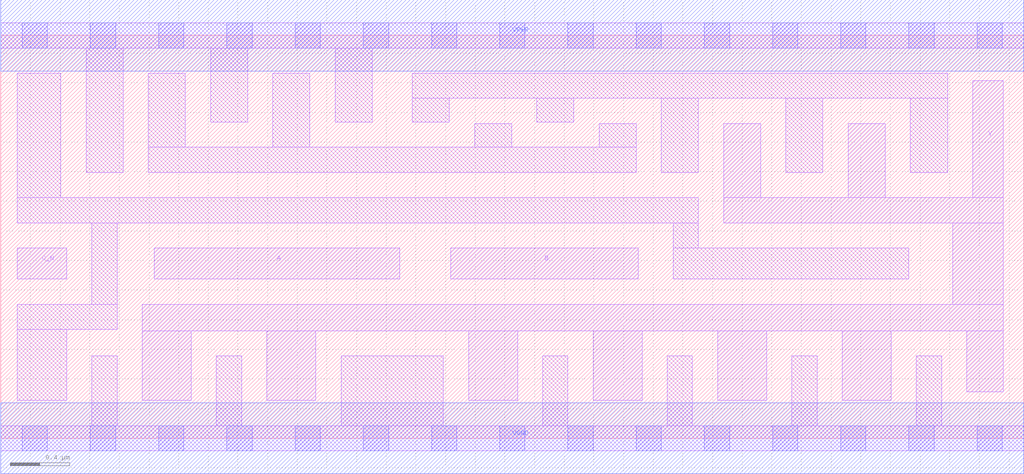
<source format=lef>
# Copyright 2020 The SkyWater PDK Authors
#
# Licensed under the Apache License, Version 2.0 (the "License");
# you may not use this file except in compliance with the License.
# You may obtain a copy of the License at
#
#     https://www.apache.org/licenses/LICENSE-2.0
#
# Unless required by applicable law or agreed to in writing, software
# distributed under the License is distributed on an "AS IS" BASIS,
# WITHOUT WARRANTIES OR CONDITIONS OF ANY KIND, either express or implied.
# See the License for the specific language governing permissions and
# limitations under the License.
#
# SPDX-License-Identifier: Apache-2.0

VERSION 5.7 ;
  NAMESCASESENSITIVE ON ;
  NOWIREEXTENSIONATPIN ON ;
  DIVIDERCHAR "/" ;
  BUSBITCHARS "[]" ;
UNITS
  DATABASE MICRONS 200 ;
END UNITS
MACRO sky130_fd_sc_hd__nor3b_4
  CLASS CORE ;
  SOURCE USER ;
  FOREIGN sky130_fd_sc_hd__nor3b_4 ;
  ORIGIN  0.000000  0.000000 ;
  SIZE  6.900000 BY  2.720000 ;
  SYMMETRY X Y R90 ;
  SITE unithd ;
  PIN A
    ANTENNAGATEAREA  0.990000 ;
    DIRECTION INPUT ;
    USE SIGNAL ;
    PORT
      LAYER li1 ;
        RECT 1.035000 1.075000 2.690000 1.285000 ;
    END
  END A
  PIN B
    ANTENNAGATEAREA  0.990000 ;
    DIRECTION INPUT ;
    USE SIGNAL ;
    PORT
      LAYER li1 ;
        RECT 3.035000 1.075000 4.300000 1.285000 ;
    END
  END B
  PIN C_N
    ANTENNAGATEAREA  0.247500 ;
    DIRECTION INPUT ;
    USE SIGNAL ;
    PORT
      LAYER li1 ;
        RECT 0.110000 1.075000 0.445000 1.285000 ;
    END
  END C_N
  PIN Y
    ANTENNADIFFAREA  1.593000 ;
    DIRECTION OUTPUT ;
    USE SIGNAL ;
    PORT
      LAYER li1 ;
        RECT 0.955000 0.255000 1.285000 0.725000 ;
        RECT 0.955000 0.725000 6.760000 0.905000 ;
        RECT 1.795000 0.255000 2.125000 0.725000 ;
        RECT 3.155000 0.255000 3.485000 0.725000 ;
        RECT 3.995000 0.255000 4.325000 0.725000 ;
        RECT 4.835000 0.255000 5.165000 0.725000 ;
        RECT 4.875000 1.455000 6.760000 1.625000 ;
        RECT 4.875000 1.625000 5.125000 2.125000 ;
        RECT 5.675000 0.255000 6.005000 0.725000 ;
        RECT 5.715000 1.625000 5.965000 2.125000 ;
        RECT 6.420000 0.905000 6.760000 1.455000 ;
        RECT 6.515000 0.315000 6.760000 0.725000 ;
        RECT 6.555000 1.625000 6.760000 2.415000 ;
    END
  END Y
  PIN VGND
    DIRECTION INOUT ;
    SHAPE ABUTMENT ;
    USE GROUND ;
    PORT
      LAYER met1 ;
        RECT 0.000000 -0.240000 6.900000 0.240000 ;
    END
  END VGND
  PIN VPWR
    DIRECTION INOUT ;
    SHAPE ABUTMENT ;
    USE POWER ;
    PORT
      LAYER met1 ;
        RECT 0.000000 2.480000 6.900000 2.960000 ;
    END
  END VPWR
  OBS
    LAYER li1 ;
      RECT 0.000000 -0.085000 6.900000 0.085000 ;
      RECT 0.000000  2.635000 6.900000 2.805000 ;
      RECT 0.110000  0.255000 0.445000 0.735000 ;
      RECT 0.110000  0.735000 0.785000 0.905000 ;
      RECT 0.110000  1.455000 4.705000 1.625000 ;
      RECT 0.110000  1.625000 0.405000 2.465000 ;
      RECT 0.575000  1.795000 0.825000 2.635000 ;
      RECT 0.615000  0.085000 0.785000 0.555000 ;
      RECT 0.615000  0.905000 0.785000 1.455000 ;
      RECT 0.995000  1.795000 4.285000 1.965000 ;
      RECT 0.995000  1.965000 1.245000 2.465000 ;
      RECT 1.415000  2.135000 1.665000 2.635000 ;
      RECT 1.455000  0.085000 1.625000 0.555000 ;
      RECT 1.835000  1.965000 2.085000 2.465000 ;
      RECT 2.255000  2.135000 2.505000 2.635000 ;
      RECT 2.295000  0.085000 2.985000 0.555000 ;
      RECT 2.775000  2.135000 3.025000 2.295000 ;
      RECT 2.775000  2.295000 6.385000 2.465000 ;
      RECT 3.195000  1.965000 3.445000 2.125000 ;
      RECT 3.615000  2.135000 3.865000 2.295000 ;
      RECT 3.655000  0.085000 3.825000 0.555000 ;
      RECT 4.035000  1.965000 4.285000 2.125000 ;
      RECT 4.455000  1.795000 4.705000 2.295000 ;
      RECT 4.495000  0.085000 4.665000 0.555000 ;
      RECT 4.535000  1.075000 6.125000 1.285000 ;
      RECT 4.535000  1.285000 4.705000 1.455000 ;
      RECT 5.295000  1.795000 5.545000 2.295000 ;
      RECT 5.335000  0.085000 5.505000 0.555000 ;
      RECT 6.135000  1.795000 6.385000 2.295000 ;
      RECT 6.175000  0.085000 6.345000 0.555000 ;
    LAYER mcon ;
      RECT 0.145000 -0.085000 0.315000 0.085000 ;
      RECT 0.145000  2.635000 0.315000 2.805000 ;
      RECT 0.605000 -0.085000 0.775000 0.085000 ;
      RECT 0.605000  2.635000 0.775000 2.805000 ;
      RECT 1.065000 -0.085000 1.235000 0.085000 ;
      RECT 1.065000  2.635000 1.235000 2.805000 ;
      RECT 1.525000 -0.085000 1.695000 0.085000 ;
      RECT 1.525000  2.635000 1.695000 2.805000 ;
      RECT 1.985000 -0.085000 2.155000 0.085000 ;
      RECT 1.985000  2.635000 2.155000 2.805000 ;
      RECT 2.445000 -0.085000 2.615000 0.085000 ;
      RECT 2.445000  2.635000 2.615000 2.805000 ;
      RECT 2.905000 -0.085000 3.075000 0.085000 ;
      RECT 2.905000  2.635000 3.075000 2.805000 ;
      RECT 3.365000 -0.085000 3.535000 0.085000 ;
      RECT 3.365000  2.635000 3.535000 2.805000 ;
      RECT 3.825000 -0.085000 3.995000 0.085000 ;
      RECT 3.825000  2.635000 3.995000 2.805000 ;
      RECT 4.285000 -0.085000 4.455000 0.085000 ;
      RECT 4.285000  2.635000 4.455000 2.805000 ;
      RECT 4.745000 -0.085000 4.915000 0.085000 ;
      RECT 4.745000  2.635000 4.915000 2.805000 ;
      RECT 5.205000 -0.085000 5.375000 0.085000 ;
      RECT 5.205000  2.635000 5.375000 2.805000 ;
      RECT 5.665000 -0.085000 5.835000 0.085000 ;
      RECT 5.665000  2.635000 5.835000 2.805000 ;
      RECT 6.125000 -0.085000 6.295000 0.085000 ;
      RECT 6.125000  2.635000 6.295000 2.805000 ;
      RECT 6.585000 -0.085000 6.755000 0.085000 ;
      RECT 6.585000  2.635000 6.755000 2.805000 ;
  END
END sky130_fd_sc_hd__nor3b_4

</source>
